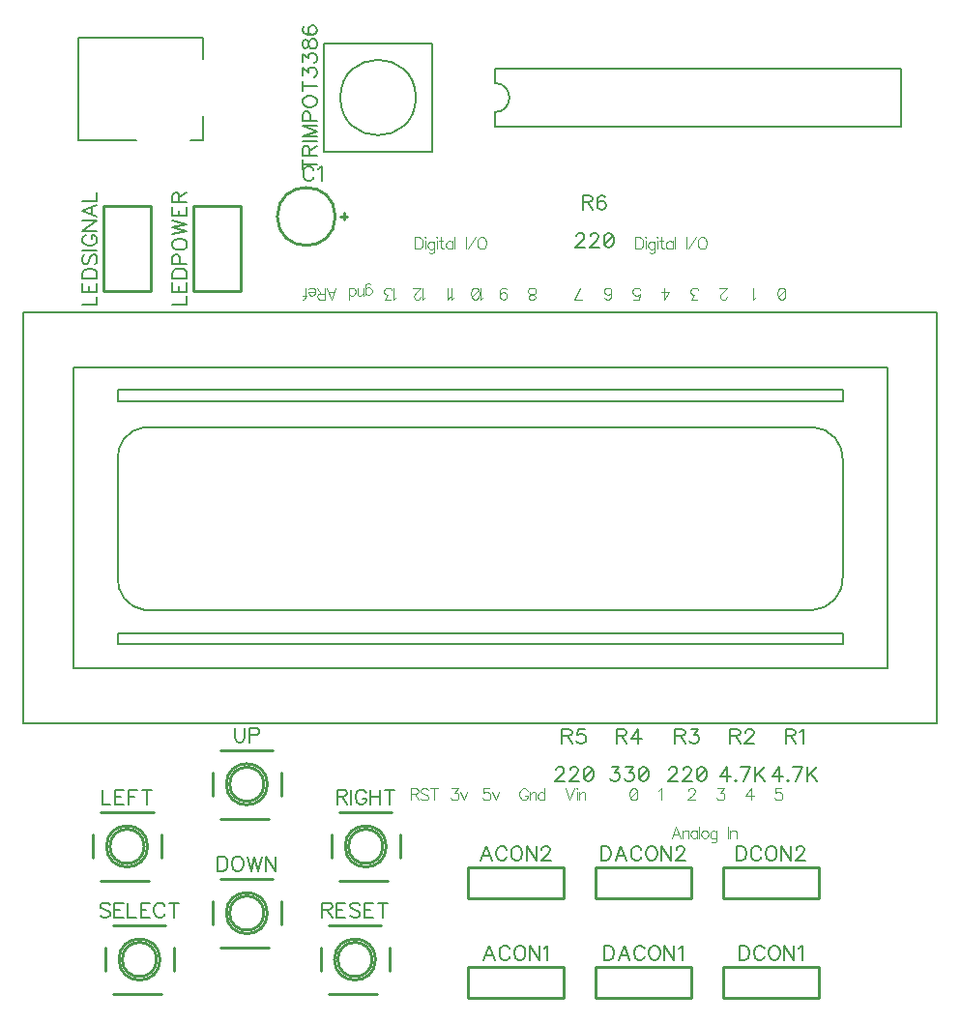
<source format=gbr>
G04 DipTrace 3.3.1.3*
G04 TopSilk.gbr*
%MOIN*%
G04 #@! TF.FileFunction,Legend,Top*
G04 #@! TF.Part,Single*
%ADD10C,0.009843*%
%ADD22C,0.006*%
%ADD24C,0.005*%
%ADD28C,0.008*%
%ADD62C,0.00772*%
%ADD64C,0.003281*%
%FSLAX26Y26*%
G04*
G70*
G90*
G75*
G01*
G04 TopSilk*
%LPD*%
X2180944Y438976D2*
D10*
X1850235D1*
Y547243D1*
X2180944D1*
Y438976D1*
X1850235Y890157D2*
X2180944D1*
Y781889D1*
X1850235D1*
Y890157D1*
X1423581Y3145520D2*
Y3121880D1*
X1435400Y3133700D2*
X1411787D1*
X1193706D2*
G02X1193706Y3133700I99965J0D01*
G01*
X2620944Y438976D2*
X2290235D1*
Y547243D1*
X2620944D1*
Y438976D1*
X2290235Y890157D2*
X2620944D1*
Y781889D1*
X2290235D1*
Y890157D1*
X3060944Y438976D2*
X2730235D1*
Y547243D1*
X3060944D1*
Y438976D1*
X2730235Y890157D2*
X3060944D1*
Y781889D1*
X2730235D1*
Y890157D1*
X904960Y2875275D2*
X1066377D1*
Y3170550D1*
X904960D1*
Y2875275D1*
X594960D2*
X756377D1*
Y3170550D1*
X594960D1*
Y2875275D1*
X1943700Y3493702D2*
D22*
Y3443704D1*
Y3593698D2*
G02X1943700Y3493702I-18J-49998D01*
G01*
X3343700Y3443704D2*
Y3643696D1*
X1943700D2*
Y3593698D1*
Y3643696D2*
X3343700D1*
X1948740Y3443704D2*
X3343700D1*
X319054Y1385275D2*
D24*
X3468661D1*
Y2802598D1*
X319054D1*
Y1385275D1*
X490393Y2611684D2*
X3297322D1*
Y1576188D1*
X490393D1*
Y2611684D1*
X643779Y2536283D2*
X3143936D1*
Y2496881D1*
X643779D1*
Y2536283D1*
Y1658960D2*
X3143936D1*
Y1698220D1*
X643779D1*
Y1658960D1*
X737007Y2408157D2*
G03X643779Y2290094I12112J-105405D01*
G01*
Y1895086D1*
G03X737007Y1777023I105575J-12473D01*
G01*
X3040314D1*
G03X3143936Y1895086I-7282J110897D01*
G01*
Y2290094D1*
G03X3040314Y2408157I-110904J7166D01*
G01*
X737007D1*
X1728700Y3356200D2*
Y3731200D1*
X1353700D1*
Y3356200D1*
X1728700D1*
X1411188Y3543700D2*
G02X1411188Y3543700I130012J0D01*
G01*
X604885Y962283D2*
D10*
G02X604885Y962283I70862J0D01*
G01*
X766302Y1080400D2*
X585192D1*
X557622Y1001680D2*
Y922910D1*
X585192Y844165D2*
X750548D1*
X793872Y922910D2*
Y1001680D1*
X616701Y962295D2*
G02X616701Y962295I59046J0D01*
G01*
X1427720Y962283D2*
G02X1427720Y962283I70862J0D01*
G01*
X1589137Y1080400D2*
X1408027D1*
X1380457Y1001680D2*
Y922910D1*
X1408027Y844165D2*
X1573383D1*
X1616707Y922910D2*
Y1001680D1*
X1439535Y962295D2*
G02X1439535Y962295I59046J0D01*
G01*
X1017720Y1176377D2*
G02X1017720Y1176377I70862J0D01*
G01*
X1179137Y1294494D2*
X998027D1*
X970457Y1215774D2*
Y1137005D1*
X998027Y1058260D2*
X1163383D1*
X1206707Y1137005D2*
Y1215774D1*
X1029535Y1176389D2*
G02X1029535Y1176389I59046J0D01*
G01*
X1017720Y732283D2*
G02X1017720Y732283I70862J0D01*
G01*
X1179137Y850400D2*
X998027D1*
X970457Y771680D2*
Y692910D1*
X998027Y614165D2*
X1163383D1*
X1206707Y692910D2*
Y771680D1*
X1029535Y732295D2*
G02X1029535Y732295I59046J0D01*
G01*
X647720Y572283D2*
G02X647720Y572283I70862J0D01*
G01*
X809137Y690400D2*
X628027D1*
X600457Y611680D2*
Y532910D1*
X628027Y454165D2*
X793383D1*
X836707Y532910D2*
Y611680D1*
X659535Y572295D2*
G02X659535Y572295I59046J0D01*
G01*
X937315Y3396520D2*
D28*
Y3479190D1*
X508186Y3396520D2*
X708999D1*
X937315D2*
X893988D1*
X508186Y3750865D2*
X937315D1*
Y3676084D1*
X508186Y3750865D2*
Y3396520D1*
X1390554Y572283D2*
D10*
G02X1390554Y572283I70862J0D01*
G01*
X1551972Y690400D2*
X1370861D1*
X1343291Y611680D2*
Y532910D1*
X1370861Y454165D2*
X1536217D1*
X1579542Y532910D2*
Y611680D1*
X1402370Y572295D2*
G02X1402370Y572295I59046J0D01*
G01*
X1944061Y570226D2*
D62*
X1924882Y620466D1*
X1905759Y570226D1*
X1912944Y586973D2*
X1936875D1*
X1995370Y608528D2*
X1992993Y613281D1*
X1988185Y618090D1*
X1983431Y620466D1*
X1973870D1*
X1969061Y618090D1*
X1964308Y613281D1*
X1961876Y608528D1*
X1959500Y601343D1*
Y589350D1*
X1961876Y582220D1*
X1964308Y577411D1*
X1969061Y572658D1*
X1973870Y570226D1*
X1983431D1*
X1988185Y572658D1*
X1992993Y577411D1*
X1995370Y582220D1*
X2025179Y620466D2*
X2020371Y618090D1*
X2015617Y613281D1*
X2013186Y608528D1*
X2010809Y601343D1*
Y589350D1*
X2013186Y582220D1*
X2015617Y577411D1*
X2020371Y572658D1*
X2025179Y570226D1*
X2034741D1*
X2039494Y572658D1*
X2044302Y577411D1*
X2046679Y582220D1*
X2049055Y589350D1*
Y601343D1*
X2046679Y608528D1*
X2044302Y613281D1*
X2039494Y618090D1*
X2034741Y620466D1*
X2025179D1*
X2097988D2*
Y570226D1*
X2064495Y620466D1*
Y570226D1*
X2113427Y610849D2*
X2118236Y613281D1*
X2125421Y620411D1*
Y570226D1*
X1933311Y913140D2*
X1914132Y963380D1*
X1895009Y913140D1*
X1902194Y929886D2*
X1926126D1*
X1984620Y951442D2*
X1982243Y956195D1*
X1977435Y961003D1*
X1972682Y963380D1*
X1963120D1*
X1958311Y961003D1*
X1953558Y956195D1*
X1951126Y951442D1*
X1948750Y944257D1*
Y932263D1*
X1951126Y925133D1*
X1953558Y920325D1*
X1958311Y915572D1*
X1963120Y913140D1*
X1972682D1*
X1977435Y915572D1*
X1982243Y920325D1*
X1984620Y925133D1*
X2014429Y963380D2*
X2009621Y961003D1*
X2004867Y956195D1*
X2002436Y951442D1*
X2000059Y944257D1*
Y932263D1*
X2002436Y925133D1*
X2004867Y920325D1*
X2009621Y915572D1*
X2014429Y913140D1*
X2023991D1*
X2028744Y915572D1*
X2033552Y920325D1*
X2035929Y925133D1*
X2038306Y932263D1*
Y944257D1*
X2035929Y951442D1*
X2033552Y956195D1*
X2028744Y961003D1*
X2023991Y963380D1*
X2014429D1*
X2087238D2*
Y913140D1*
X2053745Y963380D1*
Y913140D1*
X2105109Y951386D2*
Y953763D1*
X2107486Y958571D1*
X2109862Y960948D1*
X2114671Y963324D1*
X2124232D1*
X2128986Y960948D1*
X2131362Y958571D1*
X2133794Y953763D1*
Y949010D1*
X2131362Y944201D1*
X2126609Y937071D1*
X2102677Y913140D1*
X2136171D1*
X1318772Y3294985D2*
X1316395Y3299738D1*
X1311587Y3304546D1*
X1306833Y3306923D1*
X1297272D1*
X1292463Y3304546D1*
X1287710Y3299738D1*
X1285278Y3294985D1*
X1282902Y3287800D1*
Y3275806D1*
X1285278Y3268677D1*
X1287710Y3263868D1*
X1292463Y3259115D1*
X1297272Y3256683D1*
X1306833D1*
X1311587Y3259115D1*
X1316395Y3263868D1*
X1318772Y3268677D1*
X1334211Y3297306D2*
X1339019Y3299738D1*
X1346204Y3306868D1*
Y3256683D1*
X2321292Y620466D2*
Y570226D1*
X2338039D1*
X2345224Y572658D1*
X2350033Y577411D1*
X2352409Y582220D1*
X2354786Y589350D1*
Y601343D1*
X2352409Y608528D1*
X2350033Y613281D1*
X2345224Y618090D1*
X2338039Y620466D1*
X2321292D1*
X2408527Y570226D2*
X2389348Y620466D1*
X2370225Y570226D1*
X2377410Y586973D2*
X2401342D1*
X2459836Y608528D2*
X2457459Y613281D1*
X2452651Y618090D1*
X2447898Y620466D1*
X2438336D1*
X2433528Y618090D1*
X2428775Y613281D1*
X2426343Y608528D1*
X2423966Y601343D1*
Y589350D1*
X2426343Y582220D1*
X2428775Y577411D1*
X2433528Y572658D1*
X2438336Y570226D1*
X2447898D1*
X2452651Y572658D1*
X2457459Y577411D1*
X2459836Y582220D1*
X2489645Y620466D2*
X2484837Y618090D1*
X2480084Y613281D1*
X2477652Y608528D1*
X2475275Y601343D1*
Y589350D1*
X2477652Y582220D1*
X2480084Y577411D1*
X2484837Y572658D1*
X2489645Y570226D1*
X2499207D1*
X2503960Y572658D1*
X2508769Y577411D1*
X2511145Y582220D1*
X2513522Y589350D1*
Y601343D1*
X2511145Y608528D1*
X2508769Y613281D1*
X2503960Y618090D1*
X2499207Y620466D1*
X2489645D1*
X2562454D2*
Y570226D1*
X2528961Y620466D1*
Y570226D1*
X2577894Y610849D2*
X2582702Y613281D1*
X2589887Y620411D1*
Y570226D1*
X2310543Y963380D2*
Y913140D1*
X2327289D1*
X2334474Y915572D1*
X2339283Y920325D1*
X2341659Y925133D1*
X2344036Y932263D1*
Y944257D1*
X2341659Y951442D1*
X2339283Y956195D1*
X2334474Y961003D1*
X2327289Y963380D1*
X2310543D1*
X2397777Y913140D2*
X2378598Y963380D1*
X2359475Y913140D1*
X2366660Y929886D2*
X2390592D1*
X2449086Y951442D2*
X2446709Y956195D1*
X2441901Y961003D1*
X2437148Y963380D1*
X2427586D1*
X2422778Y961003D1*
X2418025Y956195D1*
X2415593Y951442D1*
X2413216Y944257D1*
Y932263D1*
X2415593Y925133D1*
X2418025Y920325D1*
X2422778Y915572D1*
X2427586Y913140D1*
X2437148D1*
X2441901Y915572D1*
X2446709Y920325D1*
X2449086Y925133D1*
X2478895Y963380D2*
X2474087Y961003D1*
X2469334Y956195D1*
X2466902Y951442D1*
X2464525Y944257D1*
Y932263D1*
X2466902Y925133D1*
X2469334Y920325D1*
X2474087Y915572D1*
X2478895Y913140D1*
X2488457D1*
X2493210Y915572D1*
X2498019Y920325D1*
X2500395Y925133D1*
X2502772Y932263D1*
Y944257D1*
X2500395Y951442D1*
X2498019Y956195D1*
X2493210Y961003D1*
X2488457Y963380D1*
X2478895D1*
X2551704D2*
Y913140D1*
X2518211Y963380D1*
Y913140D1*
X2569576Y951386D2*
Y953763D1*
X2571952Y958571D1*
X2574329Y960948D1*
X2579137Y963324D1*
X2588699D1*
X2593452Y960948D1*
X2595829Y958571D1*
X2598260Y953763D1*
Y949010D1*
X2595829Y944201D1*
X2591075Y937071D1*
X2567144Y913140D1*
X2600637D1*
X2788163Y620466D2*
Y570226D1*
X2804910D1*
X2812095Y572658D1*
X2816903Y577411D1*
X2819280Y582220D1*
X2821656Y589350D1*
Y601343D1*
X2819280Y608528D1*
X2816903Y613281D1*
X2812095Y618090D1*
X2804910Y620466D1*
X2788163D1*
X2872965Y608528D2*
X2870589Y613281D1*
X2865780Y618090D1*
X2861027Y620466D1*
X2851466D1*
X2846657Y618090D1*
X2841904Y613281D1*
X2839472Y608528D1*
X2837096Y601343D1*
Y589350D1*
X2839472Y582220D1*
X2841904Y577411D1*
X2846657Y572658D1*
X2851466Y570226D1*
X2861027D1*
X2865780Y572658D1*
X2870589Y577411D1*
X2872965Y582220D1*
X2902775Y620466D2*
X2897966Y618090D1*
X2893213Y613281D1*
X2890781Y608528D1*
X2888405Y601343D1*
Y589350D1*
X2890781Y582220D1*
X2893213Y577411D1*
X2897966Y572658D1*
X2902775Y570226D1*
X2912336D1*
X2917090Y572658D1*
X2921898Y577411D1*
X2924275Y582220D1*
X2926651Y589350D1*
Y601343D1*
X2924275Y608528D1*
X2921898Y613281D1*
X2917090Y618090D1*
X2912336Y620466D1*
X2902775D1*
X2975584D2*
Y570226D1*
X2942090Y620466D1*
Y570226D1*
X2991023Y610849D2*
X2995832Y613281D1*
X3003017Y620411D1*
Y570226D1*
X2777413Y963380D2*
Y913140D1*
X2794160D1*
X2801345Y915572D1*
X2806153Y920325D1*
X2808530Y925133D1*
X2810906Y932263D1*
Y944257D1*
X2808530Y951442D1*
X2806153Y956195D1*
X2801345Y961003D1*
X2794160Y963380D1*
X2777413D1*
X2862216Y951442D2*
X2859839Y956195D1*
X2855031Y961003D1*
X2850277Y963380D1*
X2840716D1*
X2835907Y961003D1*
X2831154Y956195D1*
X2828722Y951442D1*
X2826346Y944257D1*
Y932263D1*
X2828722Y925133D1*
X2831154Y920325D1*
X2835907Y915572D1*
X2840716Y913140D1*
X2850277D1*
X2855031Y915572D1*
X2859839Y920325D1*
X2862216Y925133D1*
X2892025Y963380D2*
X2887216Y961003D1*
X2882463Y956195D1*
X2880031Y951442D1*
X2877655Y944257D1*
Y932263D1*
X2880031Y925133D1*
X2882463Y920325D1*
X2887216Y915572D1*
X2892025Y913140D1*
X2901587D1*
X2906340Y915572D1*
X2911148Y920325D1*
X2913525Y925133D1*
X2915901Y932263D1*
Y944257D1*
X2913525Y951442D1*
X2911148Y956195D1*
X2906340Y961003D1*
X2901587Y963380D1*
X2892025D1*
X2964834D2*
Y913140D1*
X2931341Y963380D1*
Y913140D1*
X2982705Y951386D2*
Y953763D1*
X2985082Y958571D1*
X2987458Y960948D1*
X2992267Y963324D1*
X3001828D1*
X3006581Y960948D1*
X3008958Y958571D1*
X3011390Y953763D1*
Y949010D1*
X3008958Y944201D1*
X3004205Y937071D1*
X2980273Y913140D1*
X3013766D1*
X831737Y2830176D2*
X881977D1*
Y2858861D1*
X831737Y2905362D2*
Y2874301D1*
X881977Y2874300D1*
Y2905362D1*
X855669Y2874301D2*
Y2893424D1*
X831737Y2920801D2*
X881977D1*
Y2937548D1*
X879545Y2944733D1*
X874792Y2949541D1*
X869983Y2951918D1*
X862854Y2954295D1*
X850860D1*
X843675Y2951918D1*
X838922Y2949541D1*
X834113Y2944733D1*
X831737Y2937548D1*
Y2920801D1*
X858045Y2969734D2*
Y2991289D1*
X855669Y2998419D1*
X853237Y3000851D1*
X848483Y3003227D1*
X841298D1*
X836545Y3000851D1*
X834113Y2998419D1*
X831737Y2991289D1*
Y2969734D1*
X881977D1*
X831737Y3033036D2*
X834113Y3028228D1*
X838922Y3023475D1*
X843675Y3021043D1*
X850860Y3018666D1*
X862854D1*
X869983Y3021043D1*
X874792Y3023475D1*
X879545Y3028228D1*
X881977Y3033036D1*
Y3042598D1*
X879545Y3047351D1*
X874792Y3052160D1*
X869983Y3054536D1*
X862854Y3056913D1*
X850860D1*
X843675Y3054536D1*
X838922Y3052160D1*
X834113Y3047351D1*
X831737Y3042598D1*
Y3033036D1*
Y3072352D2*
X881977Y3084346D1*
X831737Y3096284D1*
X881977Y3108222D1*
X831737Y3120216D1*
Y3166716D2*
Y3135655D1*
X881977D1*
Y3166716D1*
X855668Y3135655D2*
Y3154778D1*
Y3182156D2*
Y3203655D1*
X853237Y3210840D1*
X850860Y3213272D1*
X846107Y3215649D1*
X841298D1*
X836545Y3213272D1*
X834113Y3210840D1*
X831737Y3203655D1*
Y3182156D1*
X881977D1*
X855668Y3198902D2*
X881977Y3215649D1*
X521737Y2829614D2*
X571977D1*
Y2858299D1*
X521737Y2904800D2*
Y2873738D1*
X571977D1*
Y2904800D1*
X545669Y2873738D2*
Y2892862D1*
X521737Y2920239D2*
X571977D1*
Y2936986D1*
X569545Y2944171D1*
X564792Y2948979D1*
X559983Y2951356D1*
X552854Y2953732D1*
X540860D1*
X533675Y2951356D1*
X528922Y2948979D1*
X524113Y2944171D1*
X521737Y2936986D1*
Y2920239D1*
X528922Y3002665D2*
X524113Y2997912D1*
X521737Y2990727D1*
Y2981165D1*
X524113Y2973980D1*
X528922Y2969172D1*
X533675D1*
X538483Y2971603D1*
X540860Y2973980D1*
X543237Y2978733D1*
X548045Y2993103D1*
X550422Y2997912D1*
X552854Y3000288D1*
X557607Y3002665D1*
X564792D1*
X569545Y2997912D1*
X571977Y2990727D1*
Y2981165D1*
X569545Y2973980D1*
X564792Y2969172D1*
X521737Y3018104D2*
X571977D1*
X533675Y3069413D2*
X528922Y3067037D1*
X524113Y3062228D1*
X521737Y3057475D1*
Y3047913D1*
X524113Y3043105D1*
X528922Y3038352D1*
X533675Y3035920D1*
X540860Y3033543D1*
X552854D1*
X559983Y3035920D1*
X564792Y3038352D1*
X569545Y3043105D1*
X571977Y3047913D1*
Y3057475D1*
X569545Y3062228D1*
X564792Y3067037D1*
X559983Y3069413D1*
X552854D1*
Y3057475D1*
X521737Y3118346D2*
X571977D1*
X521737Y3084853D1*
X571977D1*
Y3172087D2*
X521737Y3152908D1*
X571977Y3133785D1*
X555230Y3140970D2*
Y3164902D1*
X521737Y3187526D2*
X571977D1*
Y3216211D1*
X2946702Y1342676D2*
X2968201D1*
X2975386Y1345108D1*
X2977818Y1347485D1*
X2980195Y1352238D1*
Y1357046D1*
X2977818Y1361800D1*
X2975386Y1364232D1*
X2968201Y1366608D1*
X2946702D1*
Y1316368D1*
X2963448Y1342676D2*
X2980195Y1316368D1*
X2995634Y1356991D2*
X3000443Y1359423D1*
X3007628Y1366553D1*
Y1316368D1*
X2924105Y1186816D2*
Y1237001D1*
X2900173Y1203563D1*
X2936043D1*
X2953859Y1191625D2*
X2951482Y1189193D1*
X2953859Y1186816D1*
X2956291Y1189193D1*
X2953859Y1191625D1*
X2981292Y1186816D2*
X3005223Y1237001D1*
X2971730D1*
X3020663Y1237056D2*
Y1186816D1*
X3054156Y1237056D2*
X3020663Y1203563D1*
X3032601Y1215556D2*
X3054156Y1186816D1*
X2755952Y1342676D2*
X2777451D1*
X2784636Y1345108D1*
X2787068Y1347485D1*
X2789445Y1352238D1*
Y1357046D1*
X2787068Y1361800D1*
X2784636Y1364232D1*
X2777451Y1366608D1*
X2755952D1*
Y1316368D1*
X2772698Y1342676D2*
X2789445Y1316368D1*
X2807316Y1354615D2*
Y1356991D1*
X2809693Y1361800D1*
X2812069Y1364176D1*
X2816878Y1366553D1*
X2826439D1*
X2831192Y1364176D1*
X2833569Y1361800D1*
X2836001Y1356991D1*
Y1352238D1*
X2833569Y1347430D1*
X2828816Y1340300D1*
X2804884Y1316368D1*
X2838378D1*
X2744105Y1186816D2*
Y1237001D1*
X2720173Y1203563D1*
X2756043D1*
X2773859Y1191625D2*
X2771482Y1189193D1*
X2773859Y1186816D1*
X2776291Y1189193D1*
X2773859Y1191625D1*
X2801292Y1186816D2*
X2825223Y1237001D1*
X2791730D1*
X2840663Y1237056D2*
Y1186816D1*
X2874156Y1237056D2*
X2840663Y1203563D1*
X2852601Y1215556D2*
X2874156Y1186816D1*
X2565952Y1342676D2*
X2587451D1*
X2594636Y1345108D1*
X2597068Y1347485D1*
X2599445Y1352238D1*
Y1357046D1*
X2597068Y1361800D1*
X2594636Y1364232D1*
X2587451Y1366608D1*
X2565952D1*
Y1316368D1*
X2582698Y1342676D2*
X2599445Y1316368D1*
X2619693Y1366553D2*
X2645946D1*
X2631631Y1347430D1*
X2638816D1*
X2643569Y1345053D1*
X2645946Y1342676D1*
X2648378Y1335491D1*
Y1330738D1*
X2645946Y1323553D1*
X2641192Y1318745D1*
X2634007Y1316368D1*
X2626822D1*
X2619693Y1318745D1*
X2617316Y1321177D1*
X2614884Y1325930D1*
X2543917Y1225063D2*
Y1227439D1*
X2546294Y1232248D1*
X2548670Y1234624D1*
X2553479Y1237001D1*
X2563040D1*
X2567794Y1234624D1*
X2570170Y1232248D1*
X2572602Y1227439D1*
Y1222686D1*
X2570170Y1217878D1*
X2565417Y1210748D1*
X2541485Y1186816D1*
X2574979D1*
X2592850Y1225063D2*
Y1227439D1*
X2595226Y1232248D1*
X2597603Y1234624D1*
X2602411Y1237001D1*
X2611973D1*
X2616726Y1234624D1*
X2619103Y1232248D1*
X2621535Y1227439D1*
Y1222686D1*
X2619103Y1217878D1*
X2614350Y1210748D1*
X2590418Y1186816D1*
X2623911D1*
X2653721Y1237001D2*
X2646536Y1234624D1*
X2641727Y1227439D1*
X2639350Y1215501D1*
Y1208316D1*
X2641727Y1196378D1*
X2646536Y1189193D1*
X2653721Y1186816D1*
X2658474D1*
X2665659Y1189193D1*
X2670412Y1196378D1*
X2672844Y1208316D1*
Y1215501D1*
X2670412Y1227439D1*
X2665659Y1234624D1*
X2658474Y1237001D1*
X2653721D1*
X2670412Y1227439D2*
X2641727Y1196378D1*
X2364763Y1342676D2*
X2386263D1*
X2393448Y1345108D1*
X2395880Y1347485D1*
X2398257Y1352238D1*
Y1357046D1*
X2395880Y1361800D1*
X2393448Y1364232D1*
X2386263Y1366608D1*
X2364763D1*
Y1316368D1*
X2381510Y1342676D2*
X2398257Y1316368D1*
X2437628D2*
Y1366553D1*
X2413696Y1333115D1*
X2449566D1*
X2346294Y1237001D2*
X2372547D1*
X2358232Y1217878D1*
X2365417D1*
X2370170Y1215501D1*
X2372547Y1213125D1*
X2374979Y1205940D1*
Y1201186D1*
X2372547Y1194001D1*
X2367794Y1189193D1*
X2360609Y1186816D1*
X2353424D1*
X2346294Y1189193D1*
X2343917Y1191625D1*
X2341485Y1196378D1*
X2395226Y1237001D2*
X2421479D1*
X2407165Y1217878D1*
X2414350D1*
X2419103Y1215501D1*
X2421479Y1213125D1*
X2423911Y1205940D1*
Y1201186D1*
X2421479Y1194001D1*
X2416726Y1189193D1*
X2409541Y1186816D1*
X2402356D1*
X2395226Y1189193D1*
X2392850Y1191625D1*
X2390418Y1196378D1*
X2453721Y1237001D2*
X2446536Y1234624D1*
X2441727Y1227439D1*
X2439350Y1215501D1*
Y1208316D1*
X2441727Y1196378D1*
X2446536Y1189193D1*
X2453721Y1186816D1*
X2458474D1*
X2465659Y1189193D1*
X2470412Y1196378D1*
X2472844Y1208316D1*
Y1215501D1*
X2470412Y1227439D1*
X2465659Y1234624D1*
X2458474Y1237001D1*
X2453721D1*
X2470412Y1227439D2*
X2441727Y1196378D1*
X2175952Y1342676D2*
X2197451D1*
X2204636Y1345108D1*
X2207068Y1347485D1*
X2209445Y1352238D1*
Y1357046D1*
X2207068Y1361800D1*
X2204636Y1364232D1*
X2197451Y1366608D1*
X2175952D1*
Y1316368D1*
X2192698Y1342676D2*
X2209445Y1316368D1*
X2253569Y1366553D2*
X2229693D1*
X2227316Y1345053D1*
X2229693Y1347430D1*
X2236878Y1349861D1*
X2244007D1*
X2251192Y1347430D1*
X2256001Y1342676D1*
X2258378Y1335491D1*
Y1330738D1*
X2256001Y1323553D1*
X2251192Y1318745D1*
X2244007Y1316368D1*
X2236878D1*
X2229693Y1318745D1*
X2227316Y1321177D1*
X2224884Y1325930D1*
X2153917Y1225063D2*
Y1227439D1*
X2156294Y1232248D1*
X2158670Y1234624D1*
X2163479Y1237001D1*
X2173040D1*
X2177794Y1234624D1*
X2180170Y1232248D1*
X2182602Y1227439D1*
Y1222686D1*
X2180170Y1217878D1*
X2175417Y1210748D1*
X2151485Y1186816D1*
X2184979D1*
X2202850Y1225063D2*
Y1227439D1*
X2205226Y1232248D1*
X2207603Y1234624D1*
X2212411Y1237001D1*
X2221973D1*
X2226726Y1234624D1*
X2229103Y1232248D1*
X2231535Y1227439D1*
Y1222686D1*
X2229103Y1217878D1*
X2224350Y1210748D1*
X2200418Y1186816D1*
X2233911D1*
X2263721Y1237001D2*
X2256536Y1234624D1*
X2251727Y1227439D1*
X2249350Y1215501D1*
Y1208316D1*
X2251727Y1196378D1*
X2256536Y1189193D1*
X2263721Y1186816D1*
X2268474D1*
X2275659Y1189193D1*
X2280412Y1196378D1*
X2282844Y1208316D1*
Y1215501D1*
X2280412Y1227439D1*
X2275659Y1234624D1*
X2268474Y1237001D1*
X2263721D1*
X2280412Y1227439D2*
X2251727Y1196378D1*
X2247168Y3182676D2*
X2268667D1*
X2275852Y3185108D1*
X2278284Y3187485D1*
X2280661Y3192238D1*
Y3197046D1*
X2278284Y3201800D1*
X2275852Y3204232D1*
X2268667Y3206608D1*
X2247168D1*
Y3156368D1*
X2263914Y3182676D2*
X2280661Y3156368D1*
X2324785Y3199423D2*
X2322408Y3204176D1*
X2315223Y3206553D1*
X2310470D1*
X2303285Y3204176D1*
X2298477Y3196991D1*
X2296100Y3185053D1*
Y3173115D1*
X2298477Y3163553D1*
X2303285Y3158745D1*
X2310470Y3156368D1*
X2312847D1*
X2319977Y3158745D1*
X2324785Y3163553D1*
X2327162Y3170738D1*
Y3173115D1*
X2324785Y3180300D1*
X2319977Y3185053D1*
X2312847Y3187430D1*
X2310470D1*
X2303285Y3185053D1*
X2298477Y3180300D1*
X2296100Y3173115D1*
X2223917Y3065063D2*
Y3067439D1*
X2226294Y3072248D1*
X2228670Y3074624D1*
X2233479Y3077001D1*
X2243040D1*
X2247794Y3074624D1*
X2250170Y3072248D1*
X2252602Y3067439D1*
Y3062686D1*
X2250170Y3057878D1*
X2245417Y3050748D1*
X2221485Y3026816D1*
X2254979D1*
X2272850Y3065063D2*
Y3067439D1*
X2275226Y3072248D1*
X2277603Y3074624D1*
X2282411Y3077001D1*
X2291973D1*
X2296726Y3074624D1*
X2299103Y3072248D1*
X2301535Y3067439D1*
Y3062686D1*
X2299103Y3057878D1*
X2294350Y3050748D1*
X2270418Y3026816D1*
X2303911D1*
X2333721Y3077001D2*
X2326536Y3074624D1*
X2321727Y3067439D1*
X2319350Y3055501D1*
Y3048316D1*
X2321727Y3036378D1*
X2326536Y3029193D1*
X2333721Y3026816D1*
X2338474D1*
X2345659Y3029193D1*
X2350412Y3036378D1*
X2352844Y3048316D1*
Y3055501D1*
X2350412Y3067439D1*
X2345659Y3074624D1*
X2338474Y3077001D1*
X2333721D1*
X2350412Y3067439D2*
X2321727Y3036378D1*
X1280477Y3312274D2*
X1330717D1*
X1280477Y3295528D2*
Y3329021D1*
X1304409Y3344460D2*
Y3365960D1*
X1301977Y3373145D1*
X1299600Y3375577D1*
X1294847Y3377953D1*
X1290039D1*
X1285285Y3375577D1*
X1282854Y3373145D1*
X1280477Y3365960D1*
Y3344460D1*
X1330717D1*
X1304409Y3361207D2*
X1330717Y3377953D1*
X1280477Y3393393D2*
X1330717D1*
Y3447078D2*
X1280477D1*
X1330717Y3427955D1*
X1280477Y3408832D1*
X1330717D1*
X1306785Y3462518D2*
Y3484073D1*
X1304409Y3491203D1*
X1301977Y3493634D1*
X1297224Y3496011D1*
X1290039D1*
X1285285Y3493634D1*
X1282854Y3491203D1*
X1280477Y3484073D1*
Y3462518D1*
X1330717D1*
X1280477Y3525820D2*
X1282854Y3521012D1*
X1287662Y3516259D1*
X1292415Y3513827D1*
X1299600Y3511450D1*
X1311594D1*
X1318723Y3513827D1*
X1323532Y3516259D1*
X1328285Y3521012D1*
X1330717Y3525820D1*
Y3535382D1*
X1328285Y3540135D1*
X1323532Y3544944D1*
X1318723Y3547320D1*
X1311594Y3549697D1*
X1299600D1*
X1292415Y3547320D1*
X1287662Y3544944D1*
X1282854Y3540135D1*
X1280477Y3535382D1*
Y3525820D1*
Y3581883D2*
X1330717D1*
X1280477Y3565136D2*
Y3598629D1*
X1280532Y3618877D2*
Y3645130D1*
X1299655Y3630815D1*
Y3638000D1*
X1302032Y3642753D1*
X1304409Y3645130D1*
X1311594Y3647562D1*
X1316347D1*
X1323532Y3645130D1*
X1328340Y3640377D1*
X1330717Y3633192D1*
Y3626007D1*
X1328340Y3618877D1*
X1325908Y3616500D1*
X1321155Y3614069D1*
X1280532Y3667810D2*
Y3694063D1*
X1299655Y3679748D1*
Y3686933D1*
X1302032Y3691686D1*
X1304409Y3694063D1*
X1311594Y3696494D1*
X1316347D1*
X1323532Y3694063D1*
X1328340Y3689309D1*
X1330717Y3682124D1*
Y3674939D1*
X1328340Y3667810D1*
X1325908Y3665433D1*
X1321155Y3663001D1*
X1280532Y3723872D2*
X1282909Y3716742D1*
X1287662Y3714310D1*
X1292470D1*
X1297224Y3716742D1*
X1299655Y3721495D1*
X1302032Y3731057D1*
X1304409Y3738242D1*
X1309217Y3742995D1*
X1313970Y3745372D1*
X1321155D1*
X1325908Y3742995D1*
X1328340Y3740619D1*
X1330717Y3733434D1*
Y3723872D1*
X1328340Y3716742D1*
X1325908Y3714310D1*
X1321155Y3711934D1*
X1313970D1*
X1309217Y3714310D1*
X1304409Y3719119D1*
X1302032Y3726249D1*
X1299655Y3735810D1*
X1297224Y3740619D1*
X1292470Y3742995D1*
X1287662D1*
X1282909Y3740619D1*
X1280532Y3733434D1*
Y3723872D1*
X1287662Y3789496D2*
X1282909Y3787119D1*
X1280532Y3779934D1*
Y3775181D1*
X1282909Y3767996D1*
X1290094Y3763188D1*
X1302032Y3760811D1*
X1313970D1*
X1323532Y3763188D1*
X1328340Y3767996D1*
X1330717Y3775181D1*
Y3777558D1*
X1328340Y3784687D1*
X1323532Y3789496D1*
X1316347Y3791873D1*
X1313970D1*
X1306785Y3789496D1*
X1302032Y3784687D1*
X1299655Y3777558D1*
Y3775181D1*
X1302032Y3767996D1*
X1306785Y3763188D1*
X1313970Y3760811D1*
X590410Y1157553D2*
Y1107313D1*
X619095D1*
X665596Y1157553D2*
X634534D1*
Y1107313D1*
X665596D1*
X634534Y1133621D2*
X653658D1*
X712152Y1157553D2*
X681035D1*
Y1107313D1*
Y1133621D2*
X700158D1*
X744338Y1157553D2*
Y1107313D1*
X727591Y1157553D2*
X761084D1*
X1399528Y1133621D2*
X1421028D1*
X1428213Y1136053D1*
X1430645Y1138430D1*
X1433022Y1143183D1*
Y1147991D1*
X1430645Y1152745D1*
X1428213Y1155176D1*
X1421028Y1157553D1*
X1399528D1*
Y1107313D1*
X1416275Y1133621D2*
X1433022Y1107313D1*
X1448461Y1157553D2*
Y1107313D1*
X1499770Y1145615D2*
X1497394Y1150368D1*
X1492585Y1155176D1*
X1487832Y1157553D1*
X1478270D1*
X1473462Y1155176D1*
X1468709Y1150368D1*
X1466277Y1145615D1*
X1463900Y1138430D1*
Y1126436D1*
X1466277Y1119306D1*
X1468709Y1114498D1*
X1473462Y1109745D1*
X1478270Y1107313D1*
X1487832D1*
X1492585Y1109745D1*
X1497394Y1114498D1*
X1499770Y1119306D1*
Y1126436D1*
X1487832D1*
X1515209Y1157553D2*
Y1107313D1*
X1548703Y1157553D2*
Y1107313D1*
X1515209Y1133621D2*
X1548703D1*
X1580889Y1157553D2*
Y1107313D1*
X1564142Y1157553D2*
X1597635D1*
X1047369Y1371647D2*
Y1335778D1*
X1049746Y1328593D1*
X1054554Y1323839D1*
X1061739Y1321407D1*
X1066492D1*
X1073677Y1323839D1*
X1078486Y1328593D1*
X1080862Y1335778D1*
Y1371647D1*
X1096302Y1345339D2*
X1117857D1*
X1124986Y1347716D1*
X1127418Y1350148D1*
X1129795Y1354901D1*
Y1362086D1*
X1127418Y1366839D1*
X1124986Y1369271D1*
X1117857Y1371647D1*
X1096302D1*
Y1321407D1*
X988875Y927553D2*
Y877313D1*
X1005621D1*
X1012806Y879745D1*
X1017615Y884498D1*
X1019991Y889306D1*
X1022368Y896436D1*
Y908430D1*
X1019991Y915615D1*
X1017615Y920368D1*
X1012806Y925176D1*
X1005621Y927553D1*
X988875D1*
X1052177D2*
X1047369Y925176D1*
X1042616Y920368D1*
X1040184Y915615D1*
X1037807Y908430D1*
Y896436D1*
X1040184Y889306D1*
X1042616Y884498D1*
X1047369Y879745D1*
X1052177Y877313D1*
X1061739D1*
X1066492Y879745D1*
X1071301Y884498D1*
X1073677Y889306D1*
X1076054Y896436D1*
Y908430D1*
X1073677Y915615D1*
X1071301Y920368D1*
X1066492Y925176D1*
X1061739Y927553D1*
X1052177D1*
X1091493D2*
X1103487Y877313D1*
X1115425Y927553D1*
X1127363Y877313D1*
X1139356Y927553D1*
X1188289D2*
Y877313D1*
X1154796Y927553D1*
Y877313D1*
X616645Y760368D2*
X611892Y765176D1*
X604707Y767553D1*
X595145D1*
X587960Y765176D1*
X583152Y760368D1*
Y755615D1*
X585583Y750806D1*
X587960Y748430D1*
X592713Y746053D1*
X607083Y741245D1*
X611892Y738868D1*
X614268Y736436D1*
X616645Y731683D1*
Y724498D1*
X611892Y719745D1*
X604707Y717313D1*
X595145D1*
X587960Y719745D1*
X583152Y724498D1*
X663146Y767553D2*
X632084D1*
Y717313D1*
X663146D1*
X632084Y743621D2*
X651207D1*
X678585Y767553D2*
Y717313D1*
X707270D1*
X753770Y767553D2*
X722709D1*
Y717313D1*
X753770D1*
X722709Y743621D2*
X741832D1*
X805080Y755615D2*
X802703Y760368D1*
X797895Y765176D1*
X793141Y767553D1*
X783580D1*
X778771Y765176D1*
X774018Y760368D1*
X771586Y755615D1*
X769210Y748430D1*
Y736436D1*
X771586Y729306D1*
X774018Y724498D1*
X778771Y719745D1*
X783580Y717313D1*
X793141D1*
X797895Y719745D1*
X802703Y724498D1*
X805080Y729306D1*
X837266Y767553D2*
Y717313D1*
X820519Y767553D2*
X854012D1*
X1349237Y743621D2*
X1370736D1*
X1377921Y746053D1*
X1380353Y748430D1*
X1382730Y753183D1*
Y757991D1*
X1380353Y762745D1*
X1377921Y765176D1*
X1370736Y767553D1*
X1349237D1*
Y717313D1*
X1365983Y743621D2*
X1382730Y717313D1*
X1429231Y767553D2*
X1398169D1*
Y717313D1*
X1429231D1*
X1398169Y743621D2*
X1417292D1*
X1478163Y760368D2*
X1473410Y765176D1*
X1466225Y767553D1*
X1456663D1*
X1449478Y765176D1*
X1444670Y760368D1*
Y755615D1*
X1447102Y750806D1*
X1449478Y748430D1*
X1454231Y746053D1*
X1468602Y741245D1*
X1473410Y738868D1*
X1475787Y736436D1*
X1478163Y731683D1*
Y724498D1*
X1473410Y719745D1*
X1466225Y717313D1*
X1456663D1*
X1449478Y719745D1*
X1444670Y724498D1*
X1524664Y767553D2*
X1493602D1*
Y717313D1*
X1524664D1*
X1493602Y743621D2*
X1512726D1*
X1556850Y767553D2*
Y717313D1*
X1540103Y767553D2*
X1573597D1*
X1653304Y1143333D2*
D64*
X1670504D1*
X1676252Y1145279D1*
X1678198Y1147180D1*
X1680099Y1150982D1*
Y1154829D1*
X1678198Y1158632D1*
X1676252Y1160577D1*
X1670504Y1162478D1*
X1653304D1*
Y1122286D1*
X1666702Y1143333D2*
X1680099Y1122286D1*
X1713455Y1156730D2*
X1709653Y1160577D1*
X1703905Y1162478D1*
X1696255D1*
X1690507Y1160577D1*
X1686661Y1156730D1*
Y1152928D1*
X1688606Y1149081D1*
X1690507Y1147180D1*
X1694310Y1145279D1*
X1705806Y1141432D1*
X1709653Y1139531D1*
X1711554Y1137585D1*
X1713455Y1133783D1*
Y1128034D1*
X1709653Y1124232D1*
X1703905Y1122286D1*
X1696255D1*
X1690507Y1124232D1*
X1686661Y1128034D1*
X1733414Y1162478D2*
Y1122286D1*
X1720017Y1162478D2*
X1746812D1*
X1795732Y1162434D2*
X1816734D1*
X1805282Y1147136D1*
X1811030D1*
X1814833Y1145234D1*
X1816734Y1143333D1*
X1818680Y1137585D1*
Y1133783D1*
X1816734Y1128034D1*
X1812932Y1124188D1*
X1807184Y1122286D1*
X1801436D1*
X1795732Y1124188D1*
X1793831Y1126133D1*
X1791885Y1129936D1*
X1825241Y1149081D2*
X1836738Y1122286D1*
X1848189Y1149081D1*
X1924927Y1162434D2*
X1905826D1*
X1903924Y1145234D1*
X1905826Y1147136D1*
X1911574Y1149081D1*
X1917277D1*
X1923026Y1147136D1*
X1926872Y1143333D1*
X1928774Y1137585D1*
Y1133783D1*
X1926872Y1128034D1*
X1923026Y1124188D1*
X1917277Y1122286D1*
X1911574D1*
X1905826Y1124188D1*
X1903924Y1126133D1*
X1901979Y1129936D1*
X1935335Y1149081D2*
X1946831Y1122286D1*
X1958283Y1149081D1*
X2057693Y1152928D2*
X2055792Y1156730D1*
X2051945Y1160577D1*
X2048143Y1162478D1*
X2040493D1*
X2036647Y1160577D1*
X2032844Y1156730D1*
X2030899Y1152928D1*
X2028997Y1147180D1*
Y1137585D1*
X2030899Y1131881D1*
X2032844Y1128034D1*
X2036647Y1124232D1*
X2040493Y1122286D1*
X2048143D1*
X2051945Y1124232D1*
X2055792Y1128034D1*
X2057693Y1131881D1*
Y1137585D1*
X2048143D1*
X2064255Y1149081D2*
Y1122286D1*
Y1141432D2*
X2070003Y1147180D1*
X2073850Y1149081D1*
X2079554D1*
X2083400Y1147180D1*
X2085302Y1141432D1*
Y1122286D1*
X2114811Y1162478D2*
Y1122286D1*
Y1143333D2*
X2111009Y1147180D1*
X2107162Y1149081D1*
X2101414D1*
X2097611Y1147180D1*
X2093765Y1143333D1*
X2091863Y1137585D1*
Y1133783D1*
X2093765Y1128034D1*
X2097611Y1124232D1*
X2101414Y1122286D1*
X2107162D1*
X2111009Y1124232D1*
X2114811Y1128034D1*
X2187016Y1162478D2*
X2202315Y1122286D1*
X2217613Y1162478D1*
X2224175D2*
X2226076Y1160577D1*
X2228022Y1162478D1*
X2226076Y1164424D1*
X2224175Y1162478D1*
X2226076Y1149081D2*
Y1122286D1*
X2234584Y1149081D2*
Y1122286D1*
Y1141432D2*
X2240332Y1147180D1*
X2244178Y1149081D1*
X2249882D1*
X2253729Y1147180D1*
X2255630Y1141432D1*
Y1122286D1*
X2584637Y990550D2*
X2569294Y1030742D1*
X2553996Y990550D1*
X2559744Y1003947D2*
X2578889D1*
X2591199Y1017344D2*
Y990550D1*
Y1009695D2*
X2596947Y1015443D1*
X2600794Y1017344D1*
X2606497D1*
X2610344Y1015443D1*
X2612245Y1009695D1*
Y990550D1*
X2641755Y1017344D2*
Y990550D1*
Y1011596D2*
X2637952Y1015443D1*
X2634106Y1017344D1*
X2628402D1*
X2624555Y1015443D1*
X2620753Y1011596D1*
X2618807Y1005848D1*
Y1002046D1*
X2620753Y996298D1*
X2624555Y992495D1*
X2628402Y990550D1*
X2634106D1*
X2637952Y992495D1*
X2641755Y996298D1*
X2648317Y1030742D2*
Y990550D1*
X2664429Y1017344D2*
X2660626Y1015443D1*
X2656780Y1011596D1*
X2654878Y1005848D1*
Y1002046D1*
X2656780Y996298D1*
X2660626Y992495D1*
X2664429Y990550D1*
X2670177D1*
X2674024Y992495D1*
X2677826Y996298D1*
X2679772Y1002046D1*
Y1005848D1*
X2677826Y1011596D1*
X2674024Y1015443D1*
X2670177Y1017344D1*
X2664429D1*
X2709281Y1015443D2*
Y984802D1*
X2707380Y979098D1*
X2705479Y977152D1*
X2701632Y975251D1*
X2695884D1*
X2692081Y977152D1*
X2709281Y1009695D2*
X2705479Y1013498D1*
X2701632Y1015443D1*
X2695884D1*
X2692081Y1013498D1*
X2688235Y1009695D1*
X2686333Y1003947D1*
Y1000100D1*
X2688235Y994396D1*
X2692081Y990550D1*
X2695884Y988648D1*
X2701632D1*
X2705479Y990550D1*
X2709281Y994396D1*
X2748934Y1030742D2*
Y990550D1*
X2755496Y1017344D2*
Y990550D1*
Y1009695D2*
X2761244Y1015443D1*
X2765090Y1017344D1*
X2770794D1*
X2774641Y1015443D1*
X2776542Y1009695D1*
Y990550D1*
X2420208Y1162434D2*
X2414460Y1160533D1*
X2410613Y1154785D1*
X2408712Y1145234D1*
Y1139486D1*
X2410613Y1129936D1*
X2414460Y1124188D1*
X2420208Y1122286D1*
X2424011D1*
X2429759Y1124188D1*
X2433561Y1129936D1*
X2435507Y1139486D1*
Y1145234D1*
X2433561Y1154785D1*
X2429759Y1160533D1*
X2424011Y1162434D1*
X2420208D1*
X2433561Y1154785D2*
X2410613Y1129936D1*
X2508752Y1154785D2*
X2512598Y1156730D1*
X2518346Y1162434D1*
Y1122286D1*
X2610737Y1152884D2*
Y1154785D1*
X2612638Y1158632D1*
X2614539Y1160533D1*
X2618386Y1162434D1*
X2626035D1*
X2629838Y1160533D1*
X2631739Y1158632D1*
X2633685Y1154785D1*
Y1150982D1*
X2631739Y1147136D1*
X2627937Y1141432D1*
X2608791Y1122286D1*
X2635586D1*
X2712342Y1162434D2*
X2733345D1*
X2721893Y1147136D1*
X2727641D1*
X2731443Y1145234D1*
X2733345Y1143333D1*
X2735290Y1137585D1*
Y1133783D1*
X2733345Y1128034D1*
X2729542Y1124188D1*
X2723794Y1122286D1*
X2718046D1*
X2712342Y1124188D1*
X2710441Y1126133D1*
X2708496Y1129936D1*
X2827848Y1122286D2*
Y1162434D1*
X2808703Y1135684D1*
X2837399D1*
X2931690Y1162434D2*
X2912589D1*
X2910688Y1145234D1*
X2912589Y1147136D1*
X2918337Y1149081D1*
X2924041D1*
X2929789Y1147136D1*
X2933636Y1143333D1*
X2935537Y1137585D1*
Y1133783D1*
X2933636Y1128034D1*
X2929789Y1124188D1*
X2924041Y1122286D1*
X2918337D1*
X2912589Y1124188D1*
X2910688Y1126133D1*
X2908742Y1129936D1*
X1364842Y2888221D2*
X1380185Y2848029D1*
X1395484Y2888221D1*
X1389736Y2874824D2*
X1370590D1*
X1358281Y2867174D2*
X1341081D1*
X1335333Y2865229D1*
X1333387Y2863328D1*
X1331486Y2859525D1*
Y2855678D1*
X1333387Y2851876D1*
X1335333Y2849930D1*
X1341081Y2848029D1*
X1358281D1*
Y2888221D1*
X1344883Y2867174D2*
X1331486Y2888221D1*
X1324924Y2872922D2*
X1301977D1*
Y2869076D1*
X1303878Y2865229D1*
X1305779Y2863328D1*
X1309626Y2861426D1*
X1315374D1*
X1319176Y2863328D1*
X1323023Y2867174D1*
X1324924Y2872922D1*
Y2876725D1*
X1323023Y2882473D1*
X1319176Y2886276D1*
X1315374Y2888221D1*
X1309626D1*
X1305779Y2886276D1*
X1301977Y2882473D1*
X1280116Y2848029D2*
X1283919D1*
X1287766Y2849930D1*
X1289667Y2855678D1*
Y2888221D1*
X1295415Y2861426D2*
X1282018D1*
X1497376Y2863328D2*
Y2893969D1*
X1499277Y2899673D1*
X1501179Y2901618D1*
X1505025Y2903520D1*
X1510773D1*
X1514576Y2901618D1*
X1497376Y2869076D2*
X1501178Y2865273D1*
X1505025Y2863328D1*
X1510773D1*
X1514576Y2865273D1*
X1518423Y2869076D1*
X1520324Y2874824D1*
Y2878670D1*
X1518423Y2884374D1*
X1514576Y2888221D1*
X1510773Y2890122D1*
X1505025D1*
X1501179Y2888221D1*
X1497376Y2884374D1*
X1490814Y2861426D2*
Y2888221D1*
Y2869076D2*
X1485066Y2863328D1*
X1481219Y2861426D1*
X1475516D1*
X1471669Y2863328D1*
X1469768Y2869076D1*
Y2888221D1*
X1440258Y2848029D2*
Y2888221D1*
Y2867174D2*
X1444061Y2863328D1*
X1447907Y2861426D1*
X1453655D1*
X1457458Y2863328D1*
X1461305Y2867174D1*
X1463206Y2872922D1*
Y2876725D1*
X1461305Y2882473D1*
X1457458Y2886276D1*
X1453655Y2888221D1*
X1447907D1*
X1444061Y2886276D1*
X1440258Y2882473D1*
X1605282Y2855723D2*
X1601435Y2853777D1*
X1595687Y2848073D1*
Y2888221D1*
X1585279Y2848073D2*
X1564276D1*
X1575728Y2863372D1*
X1569980D1*
X1566178Y2865273D1*
X1564276Y2867174D1*
X1562331Y2872922D1*
Y2876725D1*
X1564276Y2882473D1*
X1568079Y2886320D1*
X1573827Y2888221D1*
X1579575D1*
X1585279Y2886320D1*
X1587180Y2884374D1*
X1589126Y2880572D1*
X1705322Y2855723D2*
X1701475Y2853777D1*
X1695727Y2848073D1*
Y2888221D1*
X1687220Y2857624D2*
Y2855723D1*
X1685318Y2851876D1*
X1683417Y2849975D1*
X1679570Y2848073D1*
X1671921D1*
X1668119Y2849975D1*
X1666217Y2851876D1*
X1664272Y2855723D1*
Y2859525D1*
X1666217Y2863372D1*
X1670020Y2869076D1*
X1689165Y2888221D1*
X1662371D1*
X1805529Y2855723D2*
X1801682Y2853777D1*
X1795934Y2848073D1*
Y2888221D1*
X1789372Y2855723D2*
X1785526Y2853777D1*
X1779777Y2848073D1*
X1779778Y2888221D1*
X1905568Y2855723D2*
X1901722Y2853777D1*
X1895974Y2848073D1*
Y2888221D1*
X1877916Y2848073D2*
X1883664Y2849975D1*
X1887511Y2855723D1*
X1889412Y2865273D1*
Y2871021D1*
X1887511Y2880572D1*
X1883664Y2886320D1*
X1877916Y2888221D1*
X1874113D1*
X1868365Y2886320D1*
X1864563Y2880572D1*
X1862617Y2871021D1*
Y2865273D1*
X1864563Y2855723D1*
X1868365Y2849975D1*
X1874113Y2848073D1*
X1877916D1*
X1864563Y2855723D2*
X1887511Y2880572D1*
X1960606Y2861426D2*
X1962552Y2867174D1*
X1966354Y2871021D1*
X1972102Y2872922D1*
X1974003D1*
X1979751Y2871021D1*
X1983554Y2867174D1*
X1985499Y2861426D1*
Y2859525D1*
X1983554Y2853777D1*
X1979751Y2849975D1*
X1974003Y2848073D1*
X1972102D1*
X1966354Y2849975D1*
X1962552Y2853777D1*
X1960606Y2861426D1*
Y2871021D1*
X1962552Y2880572D1*
X1966354Y2886320D1*
X1972102Y2888221D1*
X1975905D1*
X1981653Y2886320D1*
X1983554Y2882473D1*
X2075988Y2848073D2*
X2081692Y2849975D1*
X2083638Y2853777D1*
Y2857624D1*
X2081692Y2861426D1*
X2077890Y2863372D1*
X2070240Y2865273D1*
X2064492Y2867174D1*
X2060690Y2871021D1*
X2058789Y2874824D1*
Y2880572D1*
X2060690Y2884374D1*
X2062591Y2886320D1*
X2068339Y2888221D1*
X2075988D1*
X2081692Y2886320D1*
X2083638Y2884374D1*
X2085539Y2880572D1*
Y2874824D1*
X2083638Y2871021D1*
X2079791Y2867174D1*
X2074087Y2865273D1*
X2066438Y2863372D1*
X2062591Y2861426D1*
X2060690Y2857624D1*
Y2853777D1*
X2062591Y2849975D1*
X2068339Y2848073D1*
X2075988D1*
X2237584Y2888221D2*
X2218439Y2848073D1*
X2245234D1*
X2322325Y2853777D2*
X2324227Y2849975D1*
X2329975Y2848073D1*
X2333777D1*
X2339525Y2849975D1*
X2343372Y2855723D1*
X2345273Y2865273D1*
Y2874824D1*
X2343372Y2882473D1*
X2339525Y2886320D1*
X2333777Y2888221D1*
X2331876D1*
X2326172Y2886320D1*
X2322325Y2882473D1*
X2320424Y2876725D1*
Y2874824D1*
X2322325Y2869076D1*
X2326172Y2865273D1*
X2331876Y2863372D1*
X2333777D1*
X2339525Y2865273D1*
X2343372Y2869076D1*
X2345273Y2874824D1*
X2422532Y2848073D2*
X2441634D1*
X2443535Y2865273D1*
X2441634Y2863372D1*
X2435886Y2861426D1*
X2430182D1*
X2424434Y2863372D1*
X2420587Y2867174D1*
X2418686Y2872923D1*
Y2876725D1*
X2420587Y2882473D1*
X2424434Y2886320D1*
X2430182Y2888221D1*
X2435886D1*
X2441634Y2886320D1*
X2443535Y2884374D1*
X2445480Y2880572D1*
X2526375Y2888221D2*
Y2848073D1*
X2545520Y2874824D1*
X2516824D1*
X2641713Y2848073D2*
X2620710D1*
X2632162Y2863372D1*
X2626414D1*
X2622612Y2865273D1*
X2620710Y2867174D1*
X2618765Y2872923D1*
Y2876725D1*
X2620710Y2882473D1*
X2624513Y2886320D1*
X2630261Y2888221D1*
X2636009D1*
X2641713Y2886320D1*
X2643614Y2884374D1*
X2645560Y2880572D1*
X2743654Y2857624D2*
Y2855723D1*
X2741752Y2851876D1*
X2739851Y2849975D1*
X2736004Y2848073D1*
X2728355D1*
X2724552Y2849975D1*
X2722651Y2851876D1*
X2720706Y2855723D1*
Y2859525D1*
X2722651Y2863372D1*
X2726454Y2869076D1*
X2745599Y2888221D1*
X2718805D1*
X2845304Y2855723D2*
X2841457Y2853777D1*
X2835709Y2848073D1*
Y2888221D1*
X2933847Y2848073D2*
X2939595Y2849975D1*
X2943442Y2855723D1*
X2945343Y2865273D1*
Y2871021D1*
X2943442Y2880572D1*
X2939595Y2886320D1*
X2933847Y2888221D1*
X2930045D1*
X2924297Y2886320D1*
X2920494Y2880572D1*
X2918548Y2871021D1*
Y2865273D1*
X2920494Y2855723D1*
X2924296Y2849975D1*
X2930044Y2848073D1*
X2933847D1*
X2920494Y2855723D2*
X2943442Y2880572D1*
X1668721Y3062471D2*
Y3022279D1*
X1682118D1*
X1687866Y3024224D1*
X1691713Y3028027D1*
X1693614Y3031874D1*
X1695515Y3037577D1*
Y3047172D1*
X1693614Y3052920D1*
X1691713Y3056723D1*
X1687866Y3060570D1*
X1682118Y3062471D1*
X1668721D1*
X1702077D2*
X1703978Y3060570D1*
X1705924Y3062471D1*
X1703978Y3064416D1*
X1702077Y3062471D1*
X1703978Y3049074D2*
Y3022279D1*
X1735433Y3047172D2*
Y3016531D1*
X1733532Y3010827D1*
X1731631Y3008882D1*
X1727784Y3006980D1*
X1722036D1*
X1718234Y3008882D1*
X1735433Y3041424D2*
X1731631Y3045227D1*
X1727784Y3047172D1*
X1722036D1*
X1718234Y3045227D1*
X1714387Y3041424D1*
X1712486Y3035676D1*
Y3031829D1*
X1714387Y3026126D1*
X1718234Y3022279D1*
X1722036Y3020378D1*
X1727784D1*
X1731631Y3022279D1*
X1735433Y3026126D1*
X1741995Y3062471D2*
X1743896Y3060570D1*
X1745842Y3062471D1*
X1743896Y3064416D1*
X1741995Y3062471D1*
X1743896Y3049074D2*
Y3022279D1*
X1758152Y3062471D2*
Y3029928D1*
X1760053Y3024224D1*
X1763900Y3022279D1*
X1767702D1*
X1752404Y3049074D2*
X1765801D1*
X1797212D2*
Y3022279D1*
Y3043326D2*
X1793409Y3047172D1*
X1789563Y3049074D1*
X1783859D1*
X1780012Y3047172D1*
X1776209Y3043326D1*
X1774264Y3037577D1*
Y3033775D1*
X1776209Y3028027D1*
X1780012Y3024224D1*
X1783859Y3022279D1*
X1789563D1*
X1793409Y3024224D1*
X1797212Y3028027D1*
X1803773Y3062471D2*
Y3022279D1*
X1843426Y3062471D2*
Y3022279D1*
X1849988D2*
X1876783Y3062427D1*
X1894840Y3062471D2*
X1890994Y3060570D1*
X1887191Y3056723D1*
X1885246Y3052920D1*
X1883344Y3047172D1*
Y3037577D1*
X1885246Y3031874D1*
X1887191Y3028027D1*
X1890994Y3024224D1*
X1894840Y3022279D1*
X1902490D1*
X1906292Y3024224D1*
X1910139Y3028027D1*
X1912040Y3031874D1*
X1913941Y3037577D1*
Y3047172D1*
X1912040Y3052920D1*
X1910139Y3056723D1*
X1906292Y3060570D1*
X1902490Y3062471D1*
X1894840D1*
X2428485D2*
Y3022279D1*
X2441883D1*
X2447631Y3024224D1*
X2451477Y3028027D1*
X2453379Y3031874D1*
X2455280Y3037577D1*
Y3047172D1*
X2453379Y3052920D1*
X2451477Y3056723D1*
X2447631Y3060570D1*
X2441883Y3062471D1*
X2428485D1*
X2461842D2*
X2463743Y3060570D1*
X2465688Y3062471D1*
X2463743Y3064416D1*
X2461842Y3062471D1*
X2463743Y3049074D2*
Y3022279D1*
X2495198Y3047172D2*
Y3016531D1*
X2493297Y3010827D1*
X2491395Y3008882D1*
X2487549Y3006980D1*
X2481801D1*
X2477998Y3008882D1*
X2495198Y3041424D2*
X2491395Y3045227D1*
X2487549Y3047172D1*
X2481801D1*
X2477998Y3045227D1*
X2474151Y3041424D1*
X2472250Y3035676D1*
Y3031829D1*
X2474151Y3026126D1*
X2477998Y3022279D1*
X2481801Y3020378D1*
X2487549D1*
X2491395Y3022279D1*
X2495198Y3026126D1*
X2501760Y3062471D2*
X2503661Y3060570D1*
X2505606Y3062471D1*
X2503661Y3064416D1*
X2501760Y3062471D1*
X2503661Y3049074D2*
Y3022279D1*
X2517916Y3062471D2*
Y3029928D1*
X2519817Y3024224D1*
X2523664Y3022279D1*
X2527467D1*
X2512168Y3049074D2*
X2525565D1*
X2556976D2*
Y3022279D1*
Y3043326D2*
X2553174Y3047172D1*
X2549327Y3049074D1*
X2543623D1*
X2539776Y3047172D1*
X2535974Y3043326D1*
X2534028Y3037577D1*
Y3033775D1*
X2535974Y3028027D1*
X2539776Y3024224D1*
X2543623Y3022279D1*
X2549327D1*
X2553174Y3024224D1*
X2556976Y3028027D1*
X2563538Y3062471D2*
Y3022279D1*
X2603191Y3062471D2*
Y3022279D1*
X2609752D2*
X2636547Y3062427D1*
X2654605Y3062471D2*
X2650758Y3060570D1*
X2646956Y3056723D1*
X2645010Y3052920D1*
X2643109Y3047172D1*
Y3037577D1*
X2645010Y3031874D1*
X2646956Y3028027D1*
X2650758Y3024224D1*
X2654605Y3022279D1*
X2662254D1*
X2666057Y3024224D1*
X2669903Y3028027D1*
X2671805Y3031874D1*
X2673706Y3037577D1*
Y3047172D1*
X2671805Y3052920D1*
X2669903Y3056723D1*
X2666057Y3060570D1*
X2662254Y3062471D1*
X2654605D1*
M02*

</source>
